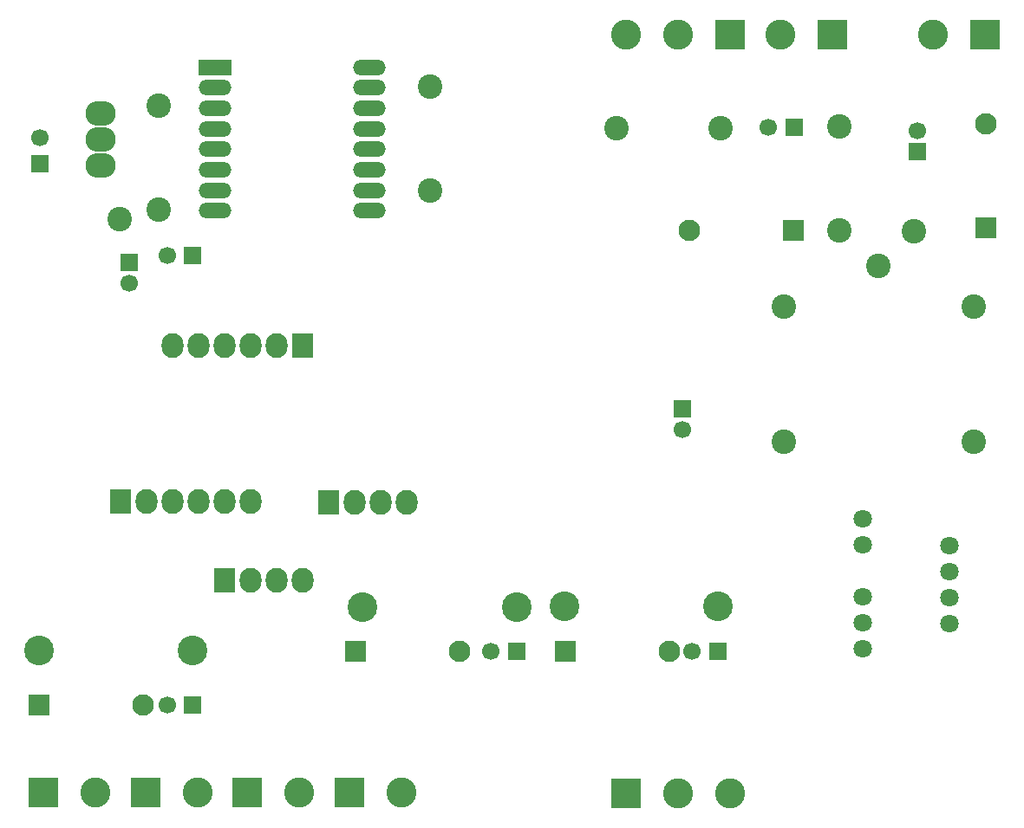
<source format=gbr>
G04 #@! TF.FileFunction,Soldermask,Top*
%FSLAX46Y46*%
G04 Gerber Fmt 4.6, Leading zero omitted, Abs format (unit mm)*
G04 Created by KiCad (PCBNEW 4.0.2+dfsg1-stable) date mié 17 may 2017 11:05:43 CEST*
%MOMM*%
G01*
G04 APERTURE LIST*
%ADD10C,0.100000*%
%ADD11C,2.099260*%
%ADD12R,2.099260X2.099260*%
%ADD13R,1.700000X1.700000*%
%ADD14C,1.700000*%
%ADD15R,2.940000X2.940000*%
%ADD16C,2.940000*%
%ADD17C,2.398980*%
%ADD18C,1.800000*%
%ADD19C,2.400000*%
%ADD20R,2.127200X2.432000*%
%ADD21O,2.127200X2.432000*%
%ADD22O,2.940000X2.432000*%
%ADD23C,2.900000*%
%ADD24R,3.200000X1.500000*%
%ADD25O,3.200000X1.500000*%
G04 APERTURE END LIST*
D10*
D11*
X134110520Y-109797460D03*
D12*
X123950520Y-109797460D03*
D11*
X185497460Y-58239480D03*
D12*
X185497460Y-68399480D03*
D11*
X103235520Y-114997460D03*
D12*
X93075520Y-114997460D03*
D13*
X108100000Y-115050000D03*
D14*
X105600000Y-115050000D03*
D13*
X139700000Y-109800000D03*
D14*
X137200000Y-109800000D03*
D13*
X159350000Y-109800000D03*
D14*
X156850000Y-109800000D03*
D13*
X166800000Y-58525000D03*
D14*
X164300000Y-58525000D03*
D11*
X154610520Y-109797460D03*
D12*
X144450520Y-109797460D03*
D15*
X170540000Y-49500000D03*
D16*
X165460000Y-49500000D03*
D15*
X185465000Y-49525000D03*
D16*
X180385000Y-49525000D03*
D15*
X160580000Y-49525000D03*
D16*
X155500000Y-49525000D03*
X150420000Y-49525000D03*
D17*
X171225000Y-68625000D03*
X171225000Y-58465000D03*
X149425000Y-58625000D03*
X159585000Y-58625000D03*
D18*
X173525000Y-96825000D03*
X173525000Y-99365000D03*
X173525000Y-104445000D03*
X173525000Y-106985000D03*
X173525000Y-109525000D03*
X182010000Y-99435000D03*
X182010000Y-101975000D03*
X182010000Y-104515000D03*
X182010000Y-107055000D03*
D13*
X178875000Y-60900000D03*
D14*
X178875000Y-58900000D03*
D13*
X101900000Y-71800000D03*
D14*
X101900000Y-73800000D03*
D13*
X155900000Y-86100000D03*
D14*
X155900000Y-88100000D03*
D19*
X165777000Y-76096000D03*
X165777000Y-89304000D03*
X184319000Y-76096000D03*
X184319000Y-89304000D03*
D13*
X108100000Y-71100000D03*
D14*
X105600000Y-71100000D03*
D13*
X93200000Y-62100000D03*
D14*
X93200000Y-59600000D03*
D20*
X118792500Y-79902500D03*
D21*
X116252500Y-79902500D03*
X113712500Y-79902500D03*
X111172500Y-79902500D03*
X108632500Y-79902500D03*
X106092500Y-79902500D03*
D20*
X111225000Y-102850000D03*
D21*
X113765000Y-102850000D03*
X116305000Y-102850000D03*
X118845000Y-102850000D03*
D20*
X121322500Y-95182500D03*
D21*
X123862500Y-95182500D03*
X126402500Y-95182500D03*
X128942500Y-95182500D03*
D20*
X101012500Y-95142500D03*
D21*
X103552500Y-95142500D03*
X106092500Y-95142500D03*
X108632500Y-95142500D03*
X111172500Y-95142500D03*
X113712500Y-95142500D03*
D17*
X178500000Y-68700000D03*
X100950000Y-67500000D03*
X175000000Y-72100000D03*
D11*
X156539480Y-68627540D03*
D12*
X166699480Y-68627540D03*
D17*
X131300000Y-64700000D03*
X131300000Y-54540000D03*
X104800000Y-66600000D03*
X104800000Y-56440000D03*
D22*
X99100000Y-59700000D03*
X99100000Y-57160000D03*
X99100000Y-62240000D03*
D15*
X150420000Y-123650000D03*
D16*
X155500000Y-123650000D03*
X160580000Y-123650000D03*
D15*
X103485000Y-123600000D03*
D16*
X108565000Y-123600000D03*
D15*
X93535000Y-123600000D03*
D16*
X98615000Y-123600000D03*
D15*
X123385000Y-123600000D03*
D16*
X128465000Y-123600000D03*
D15*
X113435000Y-123600000D03*
D16*
X118515000Y-123600000D03*
D23*
X93100000Y-109700000D03*
X108100000Y-109700000D03*
X124700000Y-105500000D03*
X139700000Y-105500000D03*
X144400000Y-105400000D03*
X159400000Y-105400000D03*
D24*
X110300000Y-52700000D03*
D25*
X110300000Y-54700000D03*
X110300000Y-56700000D03*
X110300000Y-58700000D03*
X110300000Y-60700000D03*
X110300000Y-62700000D03*
X110300000Y-64700000D03*
X110300000Y-66700000D03*
X125300000Y-66700000D03*
X125300000Y-64700000D03*
X125300000Y-62700000D03*
X125300000Y-60700000D03*
X125300000Y-58700000D03*
X125300000Y-56700000D03*
X125300000Y-54700000D03*
X125300000Y-52700000D03*
M02*

</source>
